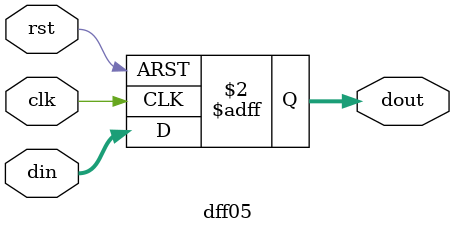
<source format=v>
module dff05 (input clk,
              input rst,
	      input [7:0]      din,
	      output reg [7:0] dout);
   always @(posedge clk or posedge rst)
     if (rst)
       dout <= 0;
     else
       dout <= din;
endmodule

</source>
